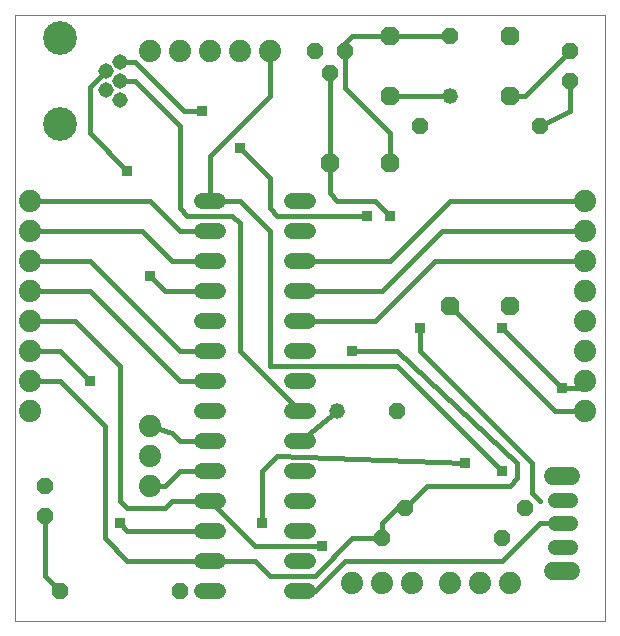
<source format=gtl>
G75*
%MOIN*%
%OFA0B0*%
%FSLAX25Y25*%
%IPPOS*%
%LPD*%
%AMOC8*
5,1,8,0,0,1.08239X$1,22.5*
%
%ADD10C,0.00000*%
%ADD11OC8,0.06300*%
%ADD12C,0.07400*%
%ADD13OC8,0.05200*%
%ADD14C,0.05200*%
%ADD15C,0.05150*%
%ADD16C,0.11220*%
%ADD17C,0.05200*%
%ADD18C,0.05150*%
%ADD19C,0.05937*%
%ADD20C,0.01600*%
%ADD21R,0.03562X0.03562*%
D10*
X0001800Y0002367D02*
X0001800Y0204217D01*
X0198650Y0204217D01*
X0198650Y0002367D01*
X0001800Y0002367D01*
D11*
X0146800Y0107367D03*
X0166800Y0107367D03*
X0126800Y0154867D03*
X0106800Y0154867D03*
X0126800Y0177367D03*
X0126800Y0197367D03*
X0166800Y0197367D03*
X0166800Y0177367D03*
D12*
X0191800Y0142367D03*
X0191800Y0132367D03*
X0191800Y0122367D03*
X0191800Y0112367D03*
X0191800Y0102367D03*
X0191800Y0092367D03*
X0191800Y0082367D03*
X0191800Y0072367D03*
X0166800Y0014867D03*
X0156800Y0014867D03*
X0146800Y0014867D03*
X0134300Y0014867D03*
X0124300Y0014867D03*
X0114300Y0014867D03*
X0046800Y0047367D03*
X0046800Y0057367D03*
X0046800Y0067367D03*
X0006800Y0072367D03*
X0006800Y0082367D03*
X0006800Y0092367D03*
X0006800Y0102367D03*
X0006800Y0112367D03*
X0006800Y0122367D03*
X0006800Y0132367D03*
X0006800Y0142367D03*
X0046800Y0192367D03*
X0056800Y0192367D03*
X0066800Y0192367D03*
X0076800Y0192367D03*
X0086800Y0192367D03*
D13*
X0101800Y0192367D03*
X0106800Y0184867D03*
X0111800Y0192367D03*
X0136800Y0167367D03*
X0146800Y0197367D03*
X0176800Y0167367D03*
X0186800Y0182367D03*
X0186800Y0192367D03*
X0129300Y0072367D03*
X0131800Y0039867D03*
X0124300Y0029867D03*
X0164300Y0029867D03*
X0171800Y0039867D03*
X0056800Y0012367D03*
X0016800Y0012367D03*
X0011800Y0037367D03*
X0011800Y0047367D03*
D14*
X0064200Y0052367D02*
X0069400Y0052367D01*
X0069400Y0062367D02*
X0064200Y0062367D01*
X0064200Y0072367D02*
X0069400Y0072367D01*
X0069400Y0082367D02*
X0064200Y0082367D01*
X0064200Y0092367D02*
X0069400Y0092367D01*
X0069400Y0102367D02*
X0064200Y0102367D01*
X0064200Y0112367D02*
X0069400Y0112367D01*
X0069400Y0122367D02*
X0064200Y0122367D01*
X0064200Y0132367D02*
X0069400Y0132367D01*
X0069400Y0142367D02*
X0064200Y0142367D01*
X0094200Y0142367D02*
X0099400Y0142367D01*
X0099400Y0132367D02*
X0094200Y0132367D01*
X0094200Y0122367D02*
X0099400Y0122367D01*
X0099400Y0112367D02*
X0094200Y0112367D01*
X0094200Y0102367D02*
X0099400Y0102367D01*
X0099400Y0092367D02*
X0094200Y0092367D01*
X0094200Y0082367D02*
X0099400Y0082367D01*
X0099400Y0072367D02*
X0094200Y0072367D01*
X0094200Y0062367D02*
X0099400Y0062367D01*
X0099400Y0052367D02*
X0094200Y0052367D01*
X0094200Y0042367D02*
X0099400Y0042367D01*
X0099400Y0032367D02*
X0094200Y0032367D01*
X0094200Y0022367D02*
X0099400Y0022367D01*
X0099400Y0012367D02*
X0094200Y0012367D01*
X0069400Y0012367D02*
X0064200Y0012367D01*
X0064200Y0022367D02*
X0069400Y0022367D01*
X0069400Y0032367D02*
X0064200Y0032367D01*
X0064200Y0042367D02*
X0069400Y0042367D01*
D15*
X0036879Y0176067D03*
X0032154Y0179217D03*
X0036879Y0182367D03*
X0032154Y0185516D03*
X0036879Y0188666D03*
D16*
X0016800Y0196737D03*
X0016800Y0167997D03*
D17*
X0109300Y0072367D03*
X0146800Y0177367D03*
D18*
X0181725Y0042741D02*
X0186875Y0042741D01*
X0186875Y0034867D02*
X0181725Y0034867D01*
X0181725Y0026993D02*
X0186875Y0026993D01*
D19*
X0187269Y0019119D02*
X0181331Y0019119D01*
X0181331Y0050615D02*
X0187269Y0050615D01*
D20*
X0176800Y0042367D02*
X0174300Y0044867D01*
X0174300Y0054867D01*
X0136800Y0092367D01*
X0136800Y0099867D01*
X0129300Y0092367D02*
X0169300Y0054867D01*
X0169300Y0049867D01*
X0166800Y0047367D01*
X0139300Y0047367D01*
X0131800Y0039867D01*
X0129300Y0039867D01*
X0124300Y0034867D01*
X0124300Y0029867D01*
X0114300Y0029867D01*
X0101800Y0017367D01*
X0086800Y0017367D01*
X0081800Y0022367D01*
X0066800Y0022367D01*
X0039300Y0022367D01*
X0031800Y0029867D01*
X0031800Y0067367D01*
X0016800Y0082367D01*
X0006800Y0082367D01*
X0006800Y0092367D02*
X0016800Y0092367D01*
X0026800Y0082367D01*
X0036800Y0087367D02*
X0036800Y0042367D01*
X0039300Y0039867D01*
X0051800Y0039867D01*
X0054300Y0042367D01*
X0066800Y0042367D01*
X0081800Y0027367D01*
X0104300Y0027367D01*
X0111800Y0022367D02*
X0164300Y0022367D01*
X0176800Y0034867D01*
X0184300Y0034867D01*
X0164300Y0052367D02*
X0129300Y0087367D01*
X0086800Y0087367D01*
X0086800Y0132367D01*
X0076800Y0142367D01*
X0066800Y0142367D01*
X0066800Y0157367D01*
X0086800Y0177367D01*
X0086800Y0192367D01*
X0106800Y0184867D02*
X0106800Y0154867D01*
X0106800Y0144867D01*
X0109300Y0142367D01*
X0121800Y0142367D01*
X0126800Y0137367D01*
X0119300Y0137367D02*
X0089300Y0137367D01*
X0086800Y0139867D01*
X0086800Y0149867D01*
X0076800Y0159867D01*
X0064300Y0172367D02*
X0058178Y0172367D01*
X0041879Y0188666D01*
X0036879Y0188666D01*
X0032154Y0185516D02*
X0026800Y0180162D01*
X0026800Y0164867D01*
X0039300Y0152367D01*
X0046800Y0142367D02*
X0056800Y0132367D01*
X0066800Y0132367D01*
X0059300Y0137367D02*
X0074300Y0137367D01*
X0076800Y0134867D01*
X0076800Y0092367D01*
X0096800Y0072367D01*
X0096800Y0062367D02*
X0109300Y0072367D01*
X0089300Y0057367D02*
X0084300Y0052367D01*
X0084300Y0034867D01*
X0066800Y0032367D02*
X0039300Y0032367D01*
X0036800Y0034867D01*
X0046800Y0047367D02*
X0051800Y0047367D01*
X0056800Y0052367D01*
X0066800Y0052367D01*
X0066800Y0062367D02*
X0056800Y0062367D01*
X0054300Y0064867D01*
X0046800Y0067367D01*
X0056800Y0082367D02*
X0066800Y0082367D01*
X0066800Y0092367D02*
X0056800Y0092367D01*
X0026800Y0122367D01*
X0006800Y0122367D01*
X0006800Y0112367D02*
X0026800Y0112367D01*
X0056800Y0082367D01*
X0036800Y0087367D02*
X0021800Y0102367D01*
X0006800Y0102367D01*
X0006800Y0132367D02*
X0044300Y0132367D01*
X0054300Y0122367D01*
X0066800Y0122367D01*
X0066800Y0112367D02*
X0051800Y0112367D01*
X0046800Y0117367D01*
X0059300Y0137367D02*
X0056800Y0139867D01*
X0056800Y0167367D01*
X0041800Y0182367D01*
X0036879Y0182367D01*
X0046800Y0142367D02*
X0006800Y0142367D01*
X0096800Y0122367D02*
X0126800Y0122367D01*
X0146800Y0142367D01*
X0191800Y0142367D01*
X0191800Y0132367D02*
X0144300Y0132367D01*
X0124300Y0112367D01*
X0096800Y0112367D01*
X0096800Y0102367D02*
X0121800Y0102367D01*
X0141800Y0122367D01*
X0191800Y0122367D01*
X0164300Y0099867D02*
X0184300Y0079867D01*
X0189300Y0079867D01*
X0191800Y0082367D01*
X0191800Y0072367D02*
X0181800Y0072367D01*
X0146800Y0107367D01*
X0129300Y0092367D02*
X0114300Y0092367D01*
X0089300Y0057367D02*
X0151800Y0054867D01*
X0111800Y0022367D02*
X0101800Y0012367D01*
X0096800Y0012367D01*
X0016800Y0012367D02*
X0011800Y0017367D01*
X0011800Y0037367D01*
X0126800Y0154867D02*
X0126800Y0164867D01*
X0111800Y0179867D01*
X0111800Y0192367D01*
X0111800Y0194867D01*
X0114300Y0197367D01*
X0126800Y0197367D01*
X0146800Y0197367D01*
X0146800Y0177367D02*
X0126800Y0177367D01*
X0166800Y0177367D02*
X0171800Y0177367D01*
X0186800Y0192367D01*
X0186800Y0182367D02*
X0186800Y0172367D01*
X0176800Y0167367D01*
D21*
X0126800Y0137367D03*
X0119300Y0137367D03*
X0136800Y0099867D03*
X0114300Y0092367D03*
X0151800Y0054867D03*
X0164300Y0052367D03*
X0184300Y0079867D03*
X0164300Y0099867D03*
X0104300Y0027367D03*
X0084300Y0034867D03*
X0036800Y0034867D03*
X0026800Y0082367D03*
X0046800Y0117367D03*
X0039300Y0152367D03*
X0064300Y0172367D03*
X0076800Y0159867D03*
M02*

</source>
